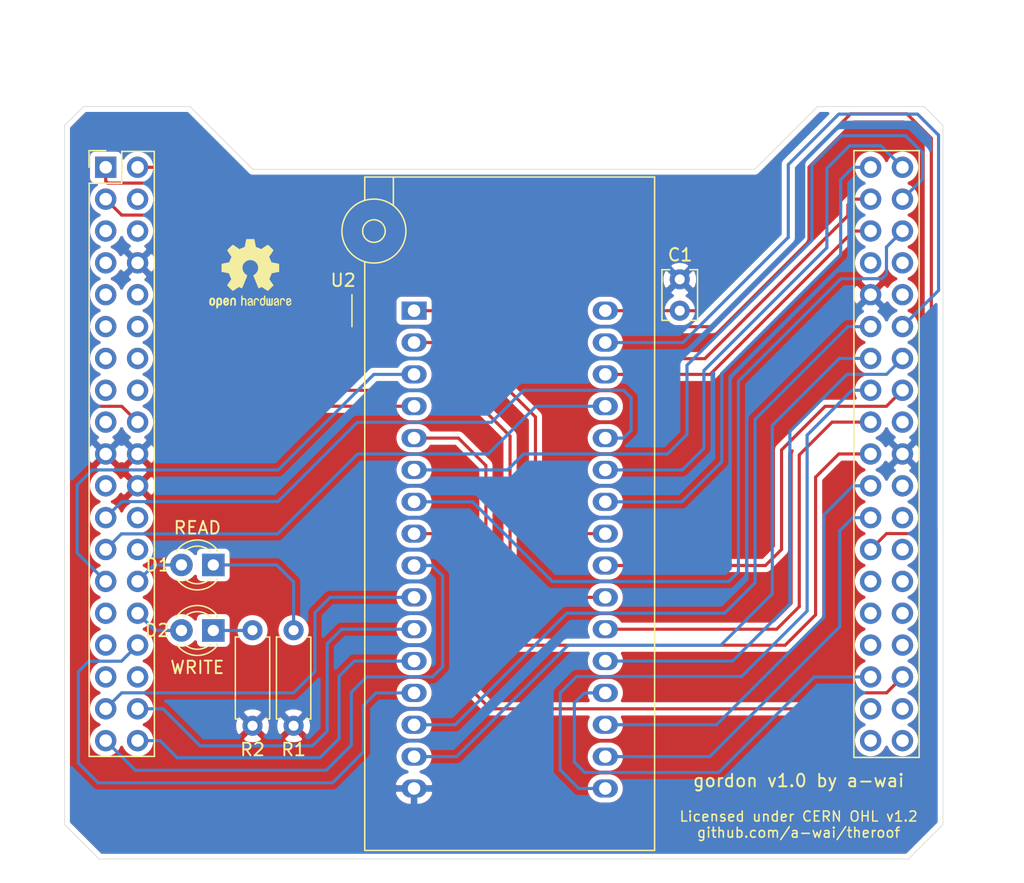
<source format=kicad_pcb>
(kicad_pcb (version 20171130) (host pcbnew 5.1.4+dfsg1-2)
  (layers (0 F.Cu signal) (31 B.Cu signal) (34 B.Paste user) (35 F.Paste user) (36 B.SilkS user) (37 F.SilkS user) (38 B.Mask user) (39 F.Mask user) (44 Edge.Cuts user))
  (net 0 "")
  (net 1 GND)
  (net 2 +5V)
  (net 3 "Net-(D1-Pad2)")
  (net 4 "Net-(D1-Pad1)")
  (net 5 "Net-(D2-Pad2)")
  (net 6 "Net-(D2-Pad1)")
  (net 7 /A4)
  (net 8 /D6)
  (net 9 /A17)
  (net 10 /D4)
  (net 11 /A18)
  (net 12 /D5)
  (net 13 /A7)
  (net 14 /D3)
  (net 15 /D7)
  (net 16 /D2)
  (net 17 /D1)
  (net 18 /A5)
  (net 19 /A6)
  (net 20 /A8)
  (net 21 /A9)
  (net 22 /A0)
  (net 23 /A3)
  (net 24 /A1)
  (net 25 /A2)
  (net 26 /A16)
  (net 27 /D0)
  (net 28 /~PGM)
  (net 29 /~OE)
  (net 30 /A15)
  (net 31 /A14)
  (net 32 /A13)
  (net 33 /~CE)
  (net 34 /A12)
  (net 35 /A11)
  (net 36 /A10)
  (module Socket:DIP_Socket-32_W11.9_W12.7_W15.24_W17.78_W18.5_3M_232-1285-00-0602J (layer F.Cu) (at 110.1 76.275)
    (fp_text reference U2 (at -5.65 -2.425) (layer F.SilkS))
    (fp_text value SST39SF040)
    (pad 17 thru_hole oval (at 15.24 38.1) (size 2 1.44) (drill 1) (layers *.Cu *.Mask) (net 14 /D3))
    (pad 16 thru_hole oval (at 0 38.1) (size 2 1.44) (drill 1) (layers *.Cu *.Mask) (net 1 GND))
    (pad 18 thru_hole oval (at 15.24 35.56) (size 2 1.44) (drill 1) (layers *.Cu *.Mask) (net 10 /D4))
    (pad 15 thru_hole oval (at 0 35.56) (size 2 1.44) (drill 1) (layers *.Cu *.Mask) (net 16 /D2))
    (pad 19 thru_hole oval (at 15.24 33.02) (size 2 1.44) (drill 1) (layers *.Cu *.Mask) (net 12 /D5))
    (pad 14 thru_hole oval (at 0 33.02) (size 2 1.44) (drill 1) (layers *.Cu *.Mask) (net 17 /D1))
    (pad 20 thru_hole oval (at 15.24 30.48) (size 2 1.44) (drill 1) (layers *.Cu *.Mask) (net 8 /D6))
    (pad 13 thru_hole oval (at 0 30.48) (size 2 1.44) (drill 1) (layers *.Cu *.Mask) (net 27 /D0))
    (pad 21 thru_hole oval (at 15.24 27.94) (size 2 1.44) (drill 1) (layers *.Cu *.Mask) (net 15 /D7))
    (pad 12 thru_hole oval (at 0 27.94) (size 2 1.44) (drill 1) (layers *.Cu *.Mask) (net 22 /A0))
    (pad 22 thru_hole oval (at 15.24 25.4) (size 2 1.44) (drill 1) (layers *.Cu *.Mask) (net 33 /~CE))
    (pad 11 thru_hole oval (at 0 25.4) (size 2 1.44) (drill 1) (layers *.Cu *.Mask) (net 24 /A1))
    (pad 23 thru_hole oval (at 15.24 22.86) (size 2 1.44) (drill 1) (layers *.Cu *.Mask) (net 36 /A10))
    (pad 10 thru_hole oval (at 0 22.86) (size 2 1.44) (drill 1) (layers *.Cu *.Mask) (net 25 /A2))
    (pad 24 thru_hole oval (at 15.24 20.32) (size 2 1.44) (drill 1) (layers *.Cu *.Mask) (net 29 /~OE))
    (pad 9 thru_hole oval (at 0 20.32) (size 2 1.44) (drill 1) (layers *.Cu *.Mask) (net 23 /A3))
    (pad 25 thru_hole oval (at 15.24 17.78) (size 2 1.44) (drill 1) (layers *.Cu *.Mask) (net 35 /A11))
    (pad 8 thru_hole oval (at 0 17.78) (size 2 1.44) (drill 1) (layers *.Cu *.Mask) (net 7 /A4))
    (pad 26 thru_hole oval (at 15.24 15.24) (size 2 1.44) (drill 1) (layers *.Cu *.Mask) (net 21 /A9))
    (pad 7 thru_hole oval (at 0 15.24) (size 2 1.44) (drill 1) (layers *.Cu *.Mask) (net 18 /A5))
    (pad 27 thru_hole oval (at 15.24 12.7) (size 2 1.44) (drill 1) (layers *.Cu *.Mask) (net 20 /A8))
    (pad 6 thru_hole oval (at 0 12.7) (size 2 1.44) (drill 1) (layers *.Cu *.Mask) (net 19 /A6))
    (pad 28 thru_hole oval (at 15.24 10.16) (size 2 1.44) (drill 1) (layers *.Cu *.Mask) (net 32 /A13))
    (pad 5 thru_hole oval (at 0 10.16) (size 2 1.44) (drill 1) (layers *.Cu *.Mask) (net 13 /A7))
    (pad 29 thru_hole oval (at 15.24 7.62) (size 2 1.44) (drill 1) (layers *.Cu *.Mask) (net 31 /A14))
    (pad 4 thru_hole oval (at 0 7.62) (size 2 1.44) (drill 1) (layers *.Cu *.Mask) (net 34 /A12))
    (pad 30 thru_hole oval (at 15.24 5.08) (size 2 1.44) (drill 1) (layers *.Cu *.Mask) (net 9 /A17))
    (pad 3 thru_hole oval (at 0 5.08) (size 2 1.44) (drill 1) (layers *.Cu *.Mask) (net 30 /A15))
    (pad 31 thru_hole oval (at 15.24 2.54) (size 2 1.44) (drill 1) (layers *.Cu *.Mask) (net 28 /~PGM))
    (pad 2 thru_hole oval (at 0 2.54) (size 2 1.44) (drill 1) (layers *.Cu *.Mask) (net 26 /A16))
    (pad 32 thru_hole oval (at 15.24 0) (size 2 1.44) (drill 1) (layers *.Cu *.Mask) (net 2 +5V))
    (pad 1 thru_hole rect (at 0 0) (size 2 1.44) (drill 1) (layers *.Cu *.Mask) (net 11 /A18))
  )
  (module Symbol:OSHW-Logo2_7.3x6mm_SilkScreen (layer F.Cu) (at 97.05 73.325)
    (fp_text reference REF** hide)
    (fp_text value OSHW-Logo2_7.3x6mm_SilkScreen hide)
  )
  (module ProjectLib:ST_Morpho_Connector_64_STLink (layer F.Cu) (at 85.525 64.84)
    (fp_text reference U1)
    (fp_text value NUCLEO64-F401RE)
    (pad 1 thru_hole rect (at 0 0) (size 1.7 1.7) (drill 1) (layers *.Cu *.Mask) (net 36 /A10))
    (pad 2 thru_hole circle (at 2.54 0) (size 1.7 1.7) (drill 1) (layers *.Cu *.Mask) (net 35 /A11))
    (pad 3 thru_hole circle (at 0 2.54) (size 1.7 1.7) (drill 1) (layers *.Cu *.Mask) (net 34 /A12))
    (pad 4 thru_hole circle (at 2.54 2.54) (size 1.7 1.7) (drill 1) (layers *.Cu *.Mask))
    (pad 5 thru_hole circle (at 0 5.08) (size 1.7 1.7) (drill 1) (layers *.Cu *.Mask))
    (pad 6 thru_hole circle (at 2.54 5.08) (size 1.7 1.7) (drill 1) (layers *.Cu *.Mask))
    (pad 7 thru_hole circle (at 0 7.62) (size 1.7 1.7) (drill 1) (layers *.Cu *.Mask))
    (pad 8 thru_hole circle (at 2.54 7.62) (size 1.7 1.7) (drill 1) (layers *.Cu *.Mask) (net 1 GND))
    (pad 9 thru_hole circle (at 0 10.16) (size 1.7 1.7) (drill 1) (layers *.Cu *.Mask))
    (pad 10 thru_hole circle (at 2.54 10.16) (size 1.7 1.7) (drill 1) (layers *.Cu *.Mask))
    (pad 11 thru_hole circle (at 0 12.7) (size 1.7 1.7) (drill 1) (layers *.Cu *.Mask))
    (pad 12 thru_hole circle (at 2.54 12.7) (size 1.7 1.7) (drill 1) (layers *.Cu *.Mask))
    (pad 13 thru_hole circle (at 0 15.24) (size 1.7 1.7) (drill 1) (layers *.Cu *.Mask))
    (pad 14 thru_hole circle (at 2.54 15.24) (size 1.7 1.7) (drill 1) (layers *.Cu *.Mask))
    (pad 15 thru_hole circle (at 0 17.78) (size 1.7 1.7) (drill 1) (layers *.Cu *.Mask))
    (pad 16 thru_hole circle (at 2.54 17.78) (size 1.7 1.7) (drill 1) (layers *.Cu *.Mask))
    (pad 17 thru_hole circle (at 0 20.32) (size 1.7 1.7) (drill 1) (layers *.Cu *.Mask))
    (pad 18 thru_hole circle (at 2.54 20.32) (size 1.7 1.7) (drill 1) (layers *.Cu *.Mask) (net 2 +5V))
    (pad 19 thru_hole circle (at 0 22.86) (size 1.7 1.7) (drill 1) (layers *.Cu *.Mask) (net 1 GND))
    (pad 20 thru_hole circle (at 2.54 22.86) (size 1.7 1.7) (drill 1) (layers *.Cu *.Mask) (net 1 GND))
    (pad 21 thru_hole circle (at 0 25.4) (size 1.7 1.7) (drill 1) (layers *.Cu *.Mask))
    (pad 22 thru_hole circle (at 2.54 25.4) (size 1.7 1.7) (drill 1) (layers *.Cu *.Mask) (net 1 GND))
    (pad 23 thru_hole circle (at 0 27.94) (size 1.7 1.7) (drill 1) (layers *.Cu *.Mask) (net 32 /A13))
    (pad 24 thru_hole circle (at 2.54 27.94) (size 1.7 1.7) (drill 1) (layers *.Cu *.Mask))
    (pad 25 thru_hole circle (at 0 30.48) (size 1.7 1.7) (drill 1) (layers *.Cu *.Mask) (net 31 /A14))
    (pad 26 thru_hole circle (at 2.54 30.48) (size 1.7 1.7) (drill 1) (layers *.Cu *.Mask))
    (pad 27 thru_hole circle (at 0 33.02) (size 1.7 1.7) (drill 1) (layers *.Cu *.Mask) (net 30 /A15))
    (pad 28 thru_hole circle (at 2.54 33.02) (size 1.7 1.7) (drill 1) (layers *.Cu *.Mask) (net 3 "Net-(D1-Pad2)"))
    (pad 29 thru_hole circle (at 0 35.56) (size 1.7 1.7) (drill 1) (layers *.Cu *.Mask))
    (pad 30 thru_hole circle (at 2.54 35.56) (size 1.7 1.7) (drill 1) (layers *.Cu *.Mask) (net 5 "Net-(D2-Pad2)"))
    (pad 31 thru_hole circle (at 0 38.1) (size 1.7 1.7) (drill 1) (layers *.Cu *.Mask))
    (pad 32 thru_hole circle (at 2.54 38.1) (size 1.7 1.7) (drill 1) (layers *.Cu *.Mask) (net 27 /D0))
    (pad 33 thru_hole circle (at 0 40.64) (size 1.7 1.7) (drill 1) (layers *.Cu *.Mask))
    (pad 34 thru_hole circle (at 2.54 40.64) (size 1.7 1.7) (drill 1) (layers *.Cu *.Mask))
    (pad 35 thru_hole circle (at 0 43.18) (size 1.7 1.7) (drill 1) (layers *.Cu *.Mask) (net 25 /A2))
    (pad 36 thru_hole circle (at 2.54 43.18) (size 1.7 1.7) (drill 1) (layers *.Cu *.Mask) (net 24 /A1))
    (pad 37 thru_hole circle (at 0 45.72) (size 1.7 1.7) (drill 1) (layers *.Cu *.Mask) (net 23 /A3))
    (pad 38 thru_hole circle (at 2.54 45.72) (size 1.7 1.7) (drill 1) (layers *.Cu *.Mask) (net 22 /A0))
    (pad 39 thru_hole circle (at 60.96 0) (size 1.7 1.7) (drill 1) (layers *.Cu *.Mask) (net 21 /A9))
    (pad 40 thru_hole circle (at 63.5 0) (size 1.7 1.7) (drill 1) (layers *.Cu *.Mask) (net 20 /A8))
    (pad 41 thru_hole circle (at 60.96 2.54) (size 1.7 1.7) (drill 1) (layers *.Cu *.Mask) (net 26 /A16))
    (pad 42 thru_hole circle (at 63.5 2.54) (size 1.7 1.7) (drill 1) (layers *.Cu *.Mask) (net 19 /A6))
    (pad 43 thru_hole circle (at 60.96 5.08) (size 1.7 1.7) (drill 1) (layers *.Cu *.Mask) (net 9 /A17))
    (pad 44 thru_hole circle (at 63.5 5.08) (size 1.7 1.7) (drill 1) (layers *.Cu *.Mask) (net 18 /A5))
    (pad 45 thru_hole circle (at 60.96 7.62) (size 1.7 1.7) (drill 1) (layers *.Cu *.Mask))
    (pad 46 thru_hole circle (at 63.5 7.62) (size 1.7 1.7) (drill 1) (layers *.Cu *.Mask))
    (pad 47 thru_hole circle (at 60.96 10.16) (size 1.7 1.7) (drill 1) (layers *.Cu *.Mask) (net 1 GND))
    (pad 48 thru_hole circle (at 63.5 10.16) (size 1.7 1.7) (drill 1) (layers *.Cu *.Mask))
    (pad 49 thru_hole circle (at 60.96 12.7) (size 1.7 1.7) (drill 1) (layers *.Cu *.Mask) (net 17 /D1))
    (pad 50 thru_hole circle (at 63.5 12.7) (size 1.7 1.7) (drill 1) (layers *.Cu *.Mask) (net 28 /~PGM))
    (pad 51 thru_hole circle (at 60.96 15.24) (size 1.7 1.7) (drill 1) (layers *.Cu *.Mask) (net 16 /D2))
    (pad 52 thru_hole circle (at 63.5 15.24) (size 1.7 1.7) (drill 1) (layers *.Cu *.Mask) (net 15 /D7))
    (pad 53 thru_hole circle (at 60.96 17.78) (size 1.7 1.7) (drill 1) (layers *.Cu *.Mask) (net 14 /D3))
    (pad 54 thru_hole circle (at 63.5 17.78) (size 1.7 1.7) (drill 1) (layers *.Cu *.Mask) (net 29 /~OE))
    (pad 55 thru_hole circle (at 60.96 20.32) (size 1.7 1.7) (drill 1) (layers *.Cu *.Mask) (net 33 /~CE))
    (pad 56 thru_hole circle (at 63.5 20.32) (size 1.7 1.7) (drill 1) (layers *.Cu *.Mask))
    (pad 57 thru_hole circle (at 60.96 22.86) (size 1.7 1.7) (drill 1) (layers *.Cu *.Mask) (net 13 /A7))
    (pad 58 thru_hole circle (at 63.5 22.86) (size 1.7 1.7) (drill 1) (layers *.Cu *.Mask) (net 1 GND))
    (pad 59 thru_hole circle (at 60.96 25.4) (size 1.7 1.7) (drill 1) (layers *.Cu *.Mask) (net 12 /D5))
    (pad 60 thru_hole circle (at 63.5 25.4) (size 1.7 1.7) (drill 1) (layers *.Cu *.Mask))
    (pad 61 thru_hole circle (at 60.96 27.94) (size 1.7 1.7) (drill 1) (layers *.Cu *.Mask) (net 10 /D4))
    (pad 62 thru_hole circle (at 63.5 27.94) (size 1.7 1.7) (drill 1) (layers *.Cu *.Mask))
    (pad 63 thru_hole circle (at 60.96 30.48) (size 1.7 1.7) (drill 1) (layers *.Cu *.Mask) (net 11 /A18))
    (pad 64 thru_hole circle (at 63.5 30.48) (size 1.7 1.7) (drill 1) (layers *.Cu *.Mask))
    (pad 65 thru_hole circle (at 60.96 33.02) (size 1.7 1.7) (drill 1) (layers *.Cu *.Mask))
    (pad 66 thru_hole circle (at 63.5 33.02) (size 1.7 1.7) (drill 1) (layers *.Cu *.Mask))
    (pad 67 thru_hole circle (at 60.96 35.56) (size 1.7 1.7) (drill 1) (layers *.Cu *.Mask))
    (pad 68 thru_hole circle (at 63.5 35.56) (size 1.7 1.7) (drill 1) (layers *.Cu *.Mask))
    (pad 69 thru_hole circle (at 60.96 38.1) (size 1.7 1.7) (drill 1) (layers *.Cu *.Mask))
    (pad 70 thru_hole circle (at 63.5 38.1) (size 1.7 1.7) (drill 1) (layers *.Cu *.Mask))
    (pad 71 thru_hole circle (at 60.96 40.64) (size 1.7 1.7) (drill 1) (layers *.Cu *.Mask) (net 8 /D6))
    (pad 72 thru_hole circle (at 63.5 40.64) (size 1.7 1.7) (drill 1) (layers *.Cu *.Mask) (net 7 /A4))
    (pad 73 thru_hole circle (at 60.96 43.18) (size 1.7 1.7) (drill 1) (layers *.Cu *.Mask))
    (pad 74 thru_hole circle (at 63.5 43.18) (size 1.7 1.7) (drill 1) (layers *.Cu *.Mask))
    (pad 75 thru_hole circle (at 60.96 45.72) (size 1.7 1.7) (drill 1) (layers *.Cu *.Mask))
    (pad 76 thru_hole circle (at 63.5 45.72) (size 1.7 1.7) (drill 1) (layers *.Cu *.Mask))
  )
  (module Resistor_THT:R_Axial_DIN0207_L6.3mm_D2.5mm_P7.62mm_Horizontal (layer F.Cu) (at 97.225 109.375 90)
    (fp_text reference R2 (at -1.9 0 180) (layer F.SilkS))
    (fp_text value 1K)
    (pad 2 thru_hole oval (at 7.62 0 90) (size 1.6 1.6) (drill 0.8) (layers *.Cu *.Mask) (net 6 "Net-(D2-Pad1)"))
    (pad 1 thru_hole circle (at 0 0 90) (size 1.6 1.6) (drill 0.8) (layers *.Cu *.Mask) (net 1 GND))
  )
  (module Resistor_THT:R_Axial_DIN0207_L6.3mm_D2.5mm_P7.62mm_Horizontal (layer F.Cu) (at 100.5 109.375 90)
    (fp_text reference R1 (at -1.9 0 180) (layer F.SilkS))
    (fp_text value 1K)
    (pad 2 thru_hole oval (at 7.62 0 90) (size 1.6 1.6) (drill 0.8) (layers *.Cu *.Mask) (net 4 "Net-(D1-Pad1)"))
    (pad 1 thru_hole circle (at 0 0 90) (size 1.6 1.6) (drill 0.8) (layers *.Cu *.Mask) (net 1 GND))
  )
  (module LED_THT:LED_D3.0mm (layer F.Cu) (at 94.1 101.775 180)
    (fp_text reference D2 (at 4.475 0) (layer F.SilkS))
    (fp_text value WRITE (at 1.27 -2.95) (layer F.SilkS))
    (pad 2 thru_hole circle (at 2.54 0 180) (size 1.8 1.8) (drill 0.9) (layers *.Cu *.Mask) (net 5 "Net-(D2-Pad2)"))
    (pad 1 thru_hole rect (at 0 0 180) (size 1.8 1.8) (drill 0.9) (layers *.Cu *.Mask) (net 6 "Net-(D2-Pad1)"))
  )
  (module LED_THT:LED_D3.0mm (layer F.Cu) (at 94.1 96.55 180)
    (fp_text reference D1 (at 4.425 0) (layer F.SilkS))
    (fp_text value READ (at 1.27 2.96) (layer F.SilkS))
    (pad 2 thru_hole circle (at 2.54 0 180) (size 1.8 1.8) (drill 0.9) (layers *.Cu *.Mask) (net 3 "Net-(D1-Pad2)"))
    (pad 1 thru_hole rect (at 0 0 180) (size 1.8 1.8) (drill 0.9) (layers *.Cu *.Mask) (net 4 "Net-(D1-Pad1)"))
  )
  (module Capacitor_THT:C_Disc_D3.8mm_W2.6mm_P2.50mm (layer F.Cu) (at 131.275 76.275 90)
    (fp_text reference C1 (at 4.45 0.025 180) (layer F.SilkS))
    (fp_text value 100n)
    (pad 2 thru_hole circle (at 2.5 0 90) (size 1.6 1.6) (drill 0.8) (layers *.Cu *.Mask) (net 1 GND))
    (pad 1 thru_hole circle (at 0 0 90) (size 1.6 1.6) (drill 0.8) (layers *.Cu *.Mask) (net 2 +5V))
  )
  (gr_text "Licensed under CERN OHL v1.2\ngithub.com/a-wai/theroof" (at 140.75 117.25) (layer F.SilkS) (effects (font (size 0.8 0.8) (thickness 0.12))))
  (gr_text "gordon v1.0 by a-wai" (at 140.75 113.75) (layer F.SilkS) (effects (font (size 1 1))))
  (gr_line (start 82.25 61.5) (end 83.75 60) (layer Edge.Cuts) (width 0.05))
  (gr_line (start 150.75 60) (end 152.25 61.5) (layer Edge.Cuts) (width 0.05))
  (gr_line (start 82.25 117.25) (end 82.25 61.5) (layer Edge.Cuts) (width 0.05))
  (gr_line (start 85 120) (end 82.25 117.25) (layer Edge.Cuts) (width 0.05))
  (gr_line (start 149.5 120) (end 85 120) (layer Edge.Cuts) (width 0.05))
  (gr_line (start 152.25 117.25) (end 149.5 120) (layer Edge.Cuts) (width 0.05))
  (gr_line (start 152.25 61.5) (end 152.25 117.25) (layer Edge.Cuts) (width 0.05))
  (gr_line (start 142.25 60) (end 150.75 60) (layer Edge.Cuts) (width 0.05))
  (gr_line (start 137.25 65) (end 142.25 60) (layer Edge.Cuts) (width 0.05))
  (gr_line (start 97.25 65) (end 137.25 65) (layer Edge.Cuts) (width 0.05))
  (gr_line (start 92.25 60) (end 97.25 65) (layer Edge.Cuts) (width 0.05))
  (gr_line (start 83.75 60) (end 92.25 60) (layer Edge.Cuts) (width 0.05))
  (segment (start 125.34 76.275) (end 131.275 76.275) (width 0.25) (layer F.Cu) (net 2))
  (segment (start 132.825 76.275) (end 131.275 76.275) (width 0.25) (layer F.Cu) (net 2))
  (segment (start 83.2 63.1) (end 84.075 62.225) (width 0.25) (layer F.Cu) (net 2))
  (segment (start 84.175 83.9) (end 83.2 82.925) (width 0.25) (layer F.Cu) (net 2))
  (segment (start 86.805 83.9) (end 84.175 83.9) (width 0.25) (layer F.Cu) (net 2))
  (segment (start 84.075 62.225) (end 90.75 62.225) (width 0.25) (layer F.Cu) (net 2))
  (segment (start 88.065 85.16) (end 86.805 83.9) (width 0.25) (layer F.Cu) (net 2))
  (segment (start 83.2 82.925) (end 83.2 63.1) (width 0.25) (layer F.Cu) (net 2))
  (segment (start 90.75 62.225) (end 96.2 67.675) (width 0.25) (layer F.Cu) (net 2))
  (segment (start 96.2 67.675) (end 132.95 67.675) (width 0.25) (layer F.Cu) (net 2))
  (segment (start 132.95 67.675) (end 134.2 68.925) (width 0.25) (layer F.Cu) (net 2))
  (segment (start 134.2 68.925) (end 134.2 74.9) (width 0.25) (layer F.Cu) (net 2))
  (segment (start 134.2 74.9) (end 132.825 76.275) (width 0.25) (layer F.Cu) (net 2))
  (segment (start 89.375 96.55) (end 91.56 96.55) (width 0.25) (layer B.Cu) (net 3))
  (segment (start 88.065 97.86) (end 89.375 96.55) (width 0.25) (layer B.Cu) (net 3))
  (segment (start 100.5 97.9) (end 100.5 101.755) (width 0.25) (layer B.Cu) (net 4))
  (segment (start 94.1 96.55) (end 99.15 96.55) (width 0.25) (layer B.Cu) (net 4))
  (segment (start 99.15 96.55) (end 100.5 97.9) (width 0.25) (layer B.Cu) (net 4))
  (segment (start 89.44 101.775) (end 88.065 100.4) (width 0.25) (layer B.Cu) (net 5))
  (segment (start 91.56 101.775) (end 89.44 101.775) (width 0.25) (layer B.Cu) (net 5))
  (segment (start 97.205 101.775) (end 97.225 101.755) (width 0.25) (layer B.Cu) (net 6))
  (segment (start 94.1 101.775) (end 97.205 101.775) (width 0.25) (layer B.Cu) (net 6))
  (segment (start 148.175001 106.329999) (end 149.025 105.48) (width 0.25) (layer F.Cu) (net 7))
  (segment (start 147.755 106.75) (end 148.175001 106.329999) (width 0.25) (layer F.Cu) (net 7))
  (segment (start 142.65 106.75) (end 147.755 106.75) (width 0.25) (layer F.Cu) (net 7))
  (segment (start 110.1 94.055) (end 111.605 94.055) (width 0.25) (layer F.Cu) (net 7))
  (segment (start 113.95 96.4) (end 113.95 105.8) (width 0.25) (layer F.Cu) (net 7))
  (segment (start 111.605 94.055) (end 113.95 96.4) (width 0.25) (layer F.Cu) (net 7))
  (segment (start 113.95 105.8) (end 116.175 108.025) (width 0.25) (layer F.Cu) (net 7))
  (segment (start 141.375 108.025) (end 142.65 106.75) (width 0.25) (layer F.Cu) (net 7))
  (segment (start 116.175 108.025) (end 141.375 108.025) (width 0.25) (layer F.Cu) (net 7))
  (segment (start 125.34 106.755) (end 123.67 106.755) (width 0.25) (layer B.Cu) (net 8))
  (segment (start 122.875 107.55) (end 122.875 112.275) (width 0.25) (layer B.Cu) (net 8))
  (segment (start 141.995 105.48) (end 146.485 105.48) (width 0.25) (layer B.Cu) (net 8))
  (segment (start 134.375 113.1) (end 141.995 105.48) (width 0.25) (layer B.Cu) (net 8))
  (segment (start 122.875 112.275) (end 123.7 113.1) (width 0.25) (layer B.Cu) (net 8))
  (segment (start 123.67 106.755) (end 122.875 107.55) (width 0.25) (layer B.Cu) (net 8))
  (segment (start 123.7 113.1) (end 134.375 113.1) (width 0.25) (layer B.Cu) (net 8))
  (segment (start 146.48 69.925) (end 146.485 69.92) (width 0.25) (layer F.Cu) (net 9))
  (segment (start 145.125 69.925) (end 146.48 69.925) (width 0.25) (layer F.Cu) (net 9))
  (segment (start 125.34 81.355) (end 133.695 81.355) (width 0.25) (layer F.Cu) (net 9))
  (segment (start 133.695 81.355) (end 145.125 69.925) (width 0.25) (layer F.Cu) (net 9))
  (segment (start 144.025 101.475) (end 144.025 93.825) (width 0.25) (layer B.Cu) (net 10))
  (segment (start 145.07 92.78) (end 146.485 92.78) (width 0.25) (layer B.Cu) (net 10))
  (segment (start 144.025 93.825) (end 145.07 92.78) (width 0.25) (layer B.Cu) (net 10))
  (segment (start 125.34 111.835) (end 133.665 111.835) (width 0.25) (layer B.Cu) (net 10))
  (segment (start 133.665 111.835) (end 144.025 101.475) (width 0.25) (layer B.Cu) (net 10))
  (segment (start 147.755 94.05) (end 146.485 95.32) (width 0.25) (layer F.Cu) (net 11))
  (segment (start 140.925 70.475) (end 140.925 64.55) (width 0.25) (layer F.Cu) (net 11))
  (segment (start 118.85 77.55) (end 133.85 77.55) (width 0.25) (layer F.Cu) (net 11))
  (segment (start 133.85 77.55) (end 140.925 70.475) (width 0.25) (layer F.Cu) (net 11))
  (segment (start 140.925 64.55) (end 144.9 60.575) (width 0.25) (layer F.Cu) (net 11))
  (segment (start 110.1 76.275) (end 117.575 76.275) (width 0.25) (layer F.Cu) (net 11))
  (segment (start 117.575 76.275) (end 118.85 77.55) (width 0.25) (layer F.Cu) (net 11))
  (segment (start 144.9 60.575) (end 149.375 60.575) (width 0.25) (layer F.Cu) (net 11))
  (segment (start 151.325 62.525) (end 151.325 93.125) (width 0.25) (layer F.Cu) (net 11))
  (segment (start 151.325 93.125) (end 150.4 94.05) (width 0.25) (layer F.Cu) (net 11))
  (segment (start 150.4 94.05) (end 147.755 94.05) (width 0.25) (layer F.Cu) (net 11))
  (segment (start 149.375 60.575) (end 151.325 62.525) (width 0.25) (layer F.Cu) (net 11))
  (segment (start 145.085 90.24) (end 146.485 90.24) (width 0.25) (layer B.Cu) (net 12))
  (segment (start 125.34 109.295) (end 134.205 109.295) (width 0.25) (layer B.Cu) (net 12))
  (segment (start 142.775 92.55) (end 145.085 90.24) (width 0.25) (layer B.Cu) (net 12))
  (segment (start 142.775 100.725) (end 142.775 92.55) (width 0.25) (layer B.Cu) (net 12))
  (segment (start 134.205 109.295) (end 142.775 100.725) (width 0.25) (layer B.Cu) (net 12))
  (segment (start 142.1 100.525) (end 142.1 89.55) (width 0.25) (layer F.Cu) (net 13))
  (segment (start 142.1 89.55) (end 143.95 87.7) (width 0.25) (layer F.Cu) (net 13))
  (segment (start 139.675 102.95) (end 142.1 100.525) (width 0.25) (layer F.Cu) (net 13))
  (segment (start 143.95 87.7) (end 146.485 87.7) (width 0.25) (layer F.Cu) (net 13))
  (segment (start 113.635 86.435) (end 115.825 88.625) (width 0.25) (layer F.Cu) (net 13))
  (segment (start 110.1 86.435) (end 113.635 86.435) (width 0.25) (layer F.Cu) (net 13))
  (segment (start 115.825 88.625) (end 115.825 100.275) (width 0.25) (layer F.Cu) (net 13))
  (segment (start 115.825 100.275) (end 118.5 102.95) (width 0.25) (layer F.Cu) (net 13))
  (segment (start 118.5 102.95) (end 139.675 102.95) (width 0.25) (layer F.Cu) (net 13))
  (segment (start 141.425 86.2) (end 145.005 82.62) (width 0.25) (layer B.Cu) (net 14))
  (segment (start 141.425 100.225) (end 141.425 86.2) (width 0.25) (layer B.Cu) (net 14))
  (segment (start 136.2 105.45) (end 141.425 100.225) (width 0.25) (layer B.Cu) (net 14))
  (segment (start 123.225 114.375) (end 121.75 112.9) (width 0.25) (layer B.Cu) (net 14))
  (segment (start 125.34 114.375) (end 123.225 114.375) (width 0.25) (layer B.Cu) (net 14))
  (segment (start 145.005 82.62) (end 146.485 82.62) (width 0.25) (layer B.Cu) (net 14))
  (segment (start 121.75 112.9) (end 121.75 106.75) (width 0.25) (layer B.Cu) (net 14))
  (segment (start 121.75 106.75) (end 123.05 105.45) (width 0.25) (layer B.Cu) (net 14))
  (segment (start 123.05 105.45) (end 136.2 105.45) (width 0.25) (layer B.Cu) (net 14))
  (segment (start 125.34 103.8) (end 125.06 103.8) (width 0.25) (layer B.Cu) (net 15))
  (segment (start 147.755 81.35) (end 149.025 80.08) (width 0.25) (layer B.Cu) (net 15))
  (segment (start 135.485 104.215) (end 140.05 99.65) (width 0.25) (layer B.Cu) (net 15))
  (segment (start 140.05 99.65) (end 140.05 85.9) (width 0.25) (layer B.Cu) (net 15))
  (segment (start 125.34 104.215) (end 135.485 104.215) (width 0.25) (layer B.Cu) (net 15))
  (segment (start 144.6 81.35) (end 147.755 81.35) (width 0.25) (layer B.Cu) (net 15))
  (segment (start 140.05 85.9) (end 144.6 81.35) (width 0.25) (layer B.Cu) (net 15))
  (segment (start 122.375 102.95) (end 113.49 111.835) (width 0.25) (layer B.Cu) (net 16))
  (segment (start 143.995 80.08) (end 138.65 85.425) (width 0.25) (layer B.Cu) (net 16))
  (segment (start 113.49 111.835) (end 110.1 111.835) (width 0.25) (layer B.Cu) (net 16))
  (segment (start 146.485 80.08) (end 143.995 80.08) (width 0.25) (layer B.Cu) (net 16))
  (segment (start 138.65 85.425) (end 138.65 98.85) (width 0.25) (layer B.Cu) (net 16))
  (segment (start 134.55 102.95) (end 122.375 102.95) (width 0.25) (layer B.Cu) (net 16))
  (segment (start 138.65 98.85) (end 134.55 102.95) (width 0.25) (layer B.Cu) (net 16))
  (segment (start 144.675 77.55) (end 146.475 77.55) (width 0.25) (layer B.Cu) (net 17))
  (segment (start 137.275 84.95) (end 144.675 77.55) (width 0.25) (layer B.Cu) (net 17))
  (segment (start 146.475 77.55) (end 146.485 77.54) (width 0.25) (layer B.Cu) (net 17))
  (segment (start 134.85 100.4) (end 137.275 97.975) (width 0.25) (layer B.Cu) (net 17))
  (segment (start 113.38 109.295) (end 122.275 100.4) (width 0.25) (layer B.Cu) (net 17))
  (segment (start 110.1 109.295) (end 113.38 109.295) (width 0.25) (layer B.Cu) (net 17))
  (segment (start 122.275 100.4) (end 134.85 100.4) (width 0.25) (layer B.Cu) (net 17))
  (segment (start 137.275 97.975) (end 137.275 84.95) (width 0.25) (layer B.Cu) (net 17))
  (segment (start 147.75 73.375) (end 147.75 71.195) (width 0.25) (layer B.Cu) (net 18))
  (segment (start 147.4 73.725) (end 147.75 73.375) (width 0.25) (layer B.Cu) (net 18))
  (segment (start 144.125 73.725) (end 147.4 73.725) (width 0.25) (layer B.Cu) (net 18))
  (segment (start 135.95 81.9) (end 144.125 73.725) (width 0.25) (layer B.Cu) (net 18))
  (segment (start 148.175001 70.769999) (end 149.025 69.92) (width 0.25) (layer B.Cu) (net 18))
  (segment (start 110.1 91.515) (end 114.765 91.515) (width 0.25) (layer B.Cu) (net 18))
  (segment (start 135.175 97.875) (end 135.95 97.1) (width 0.25) (layer B.Cu) (net 18))
  (segment (start 147.75 71.195) (end 148.175001 70.769999) (width 0.25) (layer B.Cu) (net 18))
  (segment (start 114.765 91.515) (end 121.125 97.875) (width 0.25) (layer B.Cu) (net 18))
  (segment (start 121.125 97.875) (end 135.175 97.875) (width 0.25) (layer B.Cu) (net 18))
  (segment (start 135.95 97.1) (end 135.95 81.9) (width 0.25) (layer B.Cu) (net 18))
  (segment (start 141.8 70.675) (end 131.85 80.625) (width 0.25) (layer B.Cu) (net 19))
  (segment (start 149.275 62.325) (end 144.15 62.325) (width 0.25) (layer B.Cu) (net 19))
  (segment (start 150.625 63.675) (end 149.275 62.325) (width 0.25) (layer B.Cu) (net 19))
  (segment (start 149.025 67.38) (end 150.625 65.78) (width 0.25) (layer B.Cu) (net 19))
  (segment (start 150.625 65.78) (end 150.625 63.675) (width 0.25) (layer B.Cu) (net 19))
  (segment (start 130.3 87.7) (end 118.825 87.7) (width 0.25) (layer B.Cu) (net 19))
  (segment (start 144.15 62.325) (end 141.8 64.675) (width 0.25) (layer B.Cu) (net 19))
  (segment (start 141.8 64.675) (end 141.8 70.675) (width 0.25) (layer B.Cu) (net 19))
  (segment (start 131.85 80.625) (end 131.85 86.15) (width 0.25) (layer B.Cu) (net 19))
  (segment (start 131.85 86.15) (end 130.3 87.7) (width 0.25) (layer B.Cu) (net 19))
  (segment (start 117.55 88.975) (end 110.1 88.975) (width 0.25) (layer B.Cu) (net 19))
  (segment (start 118.825 87.7) (end 117.55 88.975) (width 0.25) (layer B.Cu) (net 19))
  (segment (start 131.475 88.975) (end 125.34 88.975) (width 0.25) (layer B.Cu) (net 20))
  (segment (start 133.2 87.25) (end 131.475 88.975) (width 0.25) (layer B.Cu) (net 20))
  (segment (start 133.2 81.05) (end 133.2 87.25) (width 0.25) (layer B.Cu) (net 20))
  (segment (start 149.025 64.84) (end 147.31 63.125) (width 0.25) (layer B.Cu) (net 20))
  (segment (start 144.8 63.125) (end 143 64.925) (width 0.25) (layer B.Cu) (net 20))
  (segment (start 143 64.925) (end 143 71.25) (width 0.25) (layer B.Cu) (net 20))
  (segment (start 147.31 63.125) (end 144.8 63.125) (width 0.25) (layer B.Cu) (net 20))
  (segment (start 143 71.25) (end 133.2 81.05) (width 0.25) (layer B.Cu) (net 20))
  (segment (start 144.1 65.825) (end 145.085 64.84) (width 0.25) (layer B.Cu) (net 21))
  (segment (start 131.435 91.515) (end 134.625 88.325) (width 0.25) (layer B.Cu) (net 21))
  (segment (start 144.1 71.8) (end 144.1 65.825) (width 0.25) (layer B.Cu) (net 21))
  (segment (start 125.34 91.515) (end 131.435 91.515) (width 0.25) (layer B.Cu) (net 21))
  (segment (start 145.085 64.84) (end 146.485 64.84) (width 0.25) (layer B.Cu) (net 21))
  (segment (start 134.625 81.275) (end 144.1 71.8) (width 0.25) (layer B.Cu) (net 21))
  (segment (start 134.625 88.325) (end 134.625 81.275) (width 0.25) (layer B.Cu) (net 21))
  (segment (start 104.125 105.425) (end 105.335 104.215) (width 0.25) (layer B.Cu) (net 22))
  (segment (start 89.86 110.56) (end 91.225 111.925) (width 0.25) (layer B.Cu) (net 22))
  (segment (start 105.335 104.215) (end 110.1 104.215) (width 0.25) (layer B.Cu) (net 22))
  (segment (start 88.065 110.56) (end 89.86 110.56) (width 0.25) (layer B.Cu) (net 22))
  (segment (start 104.125 110.4) (end 104.125 105.425) (width 0.25) (layer B.Cu) (net 22))
  (segment (start 91.225 111.925) (end 102.6 111.925) (width 0.25) (layer B.Cu) (net 22))
  (segment (start 102.6 111.925) (end 104.125 110.4) (width 0.25) (layer B.Cu) (net 22))
  (segment (start 112.375 97.425) (end 111.545 96.595) (width 0.25) (layer B.Cu) (net 23))
  (segment (start 112.375 104.675) (end 112.375 97.425) (width 0.25) (layer B.Cu) (net 23))
  (segment (start 111.575 105.475) (end 112.375 104.675) (width 0.25) (layer B.Cu) (net 23))
  (segment (start 106.325 105.475) (end 111.575 105.475) (width 0.25) (layer B.Cu) (net 23))
  (segment (start 87.89 112.925) (end 103.1 112.925) (width 0.25) (layer B.Cu) (net 23))
  (segment (start 111.545 96.595) (end 110.1 96.595) (width 0.25) (layer B.Cu) (net 23))
  (segment (start 103.1 112.925) (end 105.1 110.925) (width 0.25) (layer B.Cu) (net 23))
  (segment (start 105.1 110.925) (end 105.1 106.7) (width 0.25) (layer B.Cu) (net 23))
  (segment (start 85.525 110.56) (end 87.89 112.925) (width 0.25) (layer B.Cu) (net 23))
  (segment (start 105.1 106.7) (end 106.325 105.475) (width 0.25) (layer B.Cu) (net 23))
  (segment (start 109.87859 101.675) (end 109.9136 101.71001) (width 0.25) (layer B.Cu) (net 24))
  (segment (start 103.175 102.825) (end 104.325 101.675) (width 0.25) (layer B.Cu) (net 24))
  (segment (start 90.095 108.02) (end 93.05 110.975) (width 0.25) (layer B.Cu) (net 24))
  (segment (start 88.065 108.02) (end 90.095 108.02) (width 0.25) (layer B.Cu) (net 24))
  (segment (start 109.9136 101.71001) (end 110.1 101.71001) (width 0.25) (layer B.Cu) (net 24))
  (segment (start 104.325 101.675) (end 109.87859 101.675) (width 0.25) (layer B.Cu) (net 24))
  (segment (start 93.05 110.975) (end 102 110.975) (width 0.25) (layer B.Cu) (net 24))
  (segment (start 102 110.975) (end 103.175 109.8) (width 0.25) (layer B.Cu) (net 24))
  (segment (start 103.175 109.8) (end 103.175 102.825) (width 0.25) (layer B.Cu) (net 24))
  (segment (start 109.9136 99.17001) (end 110.1 99.17001) (width 0.25) (layer B.Cu) (net 25))
  (segment (start 109.87859 99.135) (end 109.9136 99.17001) (width 0.25) (layer B.Cu) (net 25))
  (segment (start 103.415 99.135) (end 109.87859 99.135) (width 0.25) (layer B.Cu) (net 25))
  (segment (start 86.795 106.75) (end 100.5 106.75) (width 0.25) (layer B.Cu) (net 25))
  (segment (start 100.5 106.75) (end 102.2 105.05) (width 0.25) (layer B.Cu) (net 25))
  (segment (start 85.525 108.02) (end 86.795 106.75) (width 0.25) (layer B.Cu) (net 25))
  (segment (start 102.2 105.05) (end 102.2 100.35) (width 0.25) (layer B.Cu) (net 25))
  (segment (start 102.2 100.35) (end 103.415 99.135) (width 0.25) (layer B.Cu) (net 25))
  (segment (start 145.145 67.38) (end 146.485 67.38) (width 0.25) (layer F.Cu) (net 26))
  (segment (start 144.675 67.85) (end 145.145 67.38) (width 0.25) (layer F.Cu) (net 26))
  (segment (start 117.515 78.815) (end 118.8 80.1) (width 0.25) (layer F.Cu) (net 26))
  (segment (start 118.8 80.1) (end 133.275 80.1) (width 0.25) (layer F.Cu) (net 26))
  (segment (start 133.275 80.1) (end 144.675 68.7) (width 0.25) (layer F.Cu) (net 26))
  (segment (start 144.675 68.7) (end 144.675 67.85) (width 0.25) (layer F.Cu) (net 26))
  (segment (start 110.1 78.815) (end 117.515 78.815) (width 0.25) (layer F.Cu) (net 26))
  (segment (start 107.07 106.755) (end 110.1 106.755) (width 0.25) (layer B.Cu) (net 27))
  (segment (start 106.075 107.75) (end 107.07 106.755) (width 0.25) (layer B.Cu) (net 27))
  (segment (start 106.075 111.45) (end 106.075 107.75) (width 0.25) (layer B.Cu) (net 27))
  (segment (start 86.78 104.225) (end 84.175 104.225) (width 0.25) (layer B.Cu) (net 27))
  (segment (start 84.925 113.925) (end 103.6 113.925) (width 0.25) (layer B.Cu) (net 27))
  (segment (start 83.35 105.05) (end 83.35 112.35) (width 0.25) (layer B.Cu) (net 27))
  (segment (start 88.065 102.94) (end 86.78 104.225) (width 0.25) (layer B.Cu) (net 27))
  (segment (start 103.6 113.925) (end 106.075 111.45) (width 0.25) (layer B.Cu) (net 27))
  (segment (start 84.175 104.225) (end 83.35 105.05) (width 0.25) (layer B.Cu) (net 27))
  (segment (start 83.35 112.35) (end 84.925 113.925) (width 0.25) (layer B.Cu) (net 27))
  (segment (start 151.89999 74.66501) (end 149.025 77.54) (width 0.25) (layer B.Cu) (net 28))
  (segment (start 150.225 60.6) (end 151.89999 62.27499) (width 0.25) (layer B.Cu) (net 28))
  (segment (start 131.535 78.815) (end 139.925 70.425) (width 0.25) (layer B.Cu) (net 28))
  (segment (start 151.89999 62.27499) (end 151.89999 74.66501) (width 0.25) (layer B.Cu) (net 28))
  (segment (start 125.34 78.815) (end 131.535 78.815) (width 0.25) (layer B.Cu) (net 28))
  (segment (start 139.925 70.425) (end 139.925 64.625) (width 0.25) (layer B.Cu) (net 28))
  (segment (start 139.925 64.625) (end 143.95 60.6) (width 0.25) (layer B.Cu) (net 28))
  (segment (start 143.95 60.6) (end 150.225 60.6) (width 0.25) (layer B.Cu) (net 28))
  (segment (start 138.105 96.595) (end 127.68 96.595) (width 0.25) (layer F.Cu) (net 29))
  (segment (start 127.68 96.595) (end 125.34 96.595) (width 0.25) (layer F.Cu) (net 29))
  (segment (start 147.745 83.9) (end 142.8625 83.9) (width 0.25) (layer F.Cu) (net 29))
  (segment (start 149.025 82.62) (end 147.745 83.9) (width 0.25) (layer F.Cu) (net 29))
  (segment (start 142.8625 83.9) (end 139.3875 87.375) (width 0.25) (layer F.Cu) (net 29))
  (segment (start 139.3875 87.375) (end 139.3875 95.3125) (width 0.25) (layer F.Cu) (net 29))
  (segment (start 139.3875 95.3125) (end 138.105 96.595) (width 0.25) (layer F.Cu) (net 29))
  (segment (start 106.895 81.355) (end 110.1 81.355) (width 0.25) (layer B.Cu) (net 30))
  (segment (start 85.525 97.86) (end 83.25 95.585) (width 0.25) (layer B.Cu) (net 30))
  (segment (start 99.275 88.975) (end 106.895 81.355) (width 0.25) (layer B.Cu) (net 30))
  (segment (start 83.25 90.175) (end 84.45 88.975) (width 0.25) (layer B.Cu) (net 30))
  (segment (start 83.25 95.585) (end 83.25 90.175) (width 0.25) (layer B.Cu) (net 30))
  (segment (start 84.45 88.975) (end 99.275 88.975) (width 0.25) (layer B.Cu) (net 30))
  (segment (start 86.77 94.075) (end 99.225 94.075) (width 0.25) (layer B.Cu) (net 31))
  (segment (start 85.525 95.32) (end 86.77 94.075) (width 0.25) (layer B.Cu) (net 31))
  (segment (start 105.6 87.7) (end 116.0125 87.7) (width 0.25) (layer B.Cu) (net 31))
  (segment (start 99.225 94.075) (end 105.6 87.7) (width 0.25) (layer B.Cu) (net 31))
  (segment (start 119.8175 83.895) (end 125.34 83.895) (width 0.25) (layer B.Cu) (net 31))
  (segment (start 116.0125 87.7) (end 119.8175 83.895) (width 0.25) (layer B.Cu) (net 31))
  (segment (start 126.79 86.435) (end 125.34 86.435) (width 0.25) (layer B.Cu) (net 32))
  (segment (start 127.4 85.825) (end 126.79 86.435) (width 0.25) (layer B.Cu) (net 32))
  (segment (start 126.8 82.625) (end 127.4 83.225) (width 0.25) (layer B.Cu) (net 32))
  (segment (start 118.825 82.625) (end 126.8 82.625) (width 0.25) (layer B.Cu) (net 32))
  (segment (start 85.525 92.78) (end 86.805 91.5) (width 0.25) (layer B.Cu) (net 32))
  (segment (start 86.805 91.5) (end 99.25 91.5) (width 0.25) (layer B.Cu) (net 32))
  (segment (start 99.25 91.5) (end 105.575 85.175) (width 0.25) (layer B.Cu) (net 32))
  (segment (start 127.4 83.225) (end 127.4 85.825) (width 0.25) (layer B.Cu) (net 32))
  (segment (start 116.275 85.175) (end 118.825 82.625) (width 0.25) (layer B.Cu) (net 32))
  (segment (start 105.575 85.175) (end 116.275 85.175) (width 0.25) (layer B.Cu) (net 32))
  (segment (start 143.415 85.16) (end 146.485 85.16) (width 0.25) (layer F.Cu) (net 33))
  (segment (start 140.8 87.775) (end 143.415 85.16) (width 0.25) (layer F.Cu) (net 33))
  (segment (start 140.8 99.875) (end 140.8 87.775) (width 0.25) (layer F.Cu) (net 33))
  (segment (start 125.34 101.675) (end 139 101.675) (width 0.25) (layer F.Cu) (net 33))
  (segment (start 139 101.675) (end 140.8 99.875) (width 0.25) (layer F.Cu) (net 33))
  (segment (start 94.695 83.895) (end 110.1 83.895) (width 0.25) (layer F.Cu) (net 34))
  (segment (start 86.795 68.65) (end 90.275 68.65) (width 0.25) (layer F.Cu) (net 34))
  (segment (start 91 80.2) (end 94.695 83.895) (width 0.25) (layer F.Cu) (net 34))
  (segment (start 85.525 67.38) (end 86.795 68.65) (width 0.25) (layer F.Cu) (net 34))
  (segment (start 91 69.375) (end 91 80.2) (width 0.25) (layer F.Cu) (net 34))
  (segment (start 90.275 68.65) (end 91 69.375) (width 0.25) (layer F.Cu) (net 34))
  (segment (start 119.775 91.925) (end 121.905 94.055) (width 0.25) (layer F.Cu) (net 35))
  (segment (start 119.775 84.75) (end 119.775 91.925) (width 0.25) (layer F.Cu) (net 35))
  (segment (start 115.125 80.1) (end 119.775 84.75) (width 0.25) (layer F.Cu) (net 35))
  (segment (start 121.905 94.055) (end 125.34 94.055) (width 0.25) (layer F.Cu) (net 35))
  (segment (start 91.065 64.84) (end 94.025 67.8) (width 0.25) (layer F.Cu) (net 35))
  (segment (start 88.065 64.84) (end 91.065 64.84) (width 0.25) (layer F.Cu) (net 35))
  (segment (start 94.025 78.55) (end 95.575 80.1) (width 0.25) (layer F.Cu) (net 35))
  (segment (start 94.025 67.8) (end 94.025 78.55) (width 0.25) (layer F.Cu) (net 35))
  (segment (start 95.575 80.1) (end 115.125 80.1) (width 0.25) (layer F.Cu) (net 35))
  (segment (start 114.1 82.625) (end 117.75 86.275) (width 0.25) (layer F.Cu) (net 36))
  (segment (start 95.75 82.625) (end 114.1 82.625) (width 0.25) (layer F.Cu) (net 36))
  (segment (start 92.425 79.3) (end 95.75 82.625) (width 0.25) (layer F.Cu) (net 36))
  (segment (start 119.51 99.135) (end 125.34 99.135) (width 0.25) (layer F.Cu) (net 36))
  (segment (start 117.75 97.375) (end 119.51 99.135) (width 0.25) (layer F.Cu) (net 36))
  (segment (start 117.75 86.275) (end 117.75 97.375) (width 0.25) (layer F.Cu) (net 36))
  (segment (start 85.525 65.94) (end 85.685 66.1) (width 0.25) (layer F.Cu) (net 36))
  (segment (start 92.425 68.5) (end 92.425 79.3) (width 0.25) (layer F.Cu) (net 36))
  (segment (start 85.525 64.84) (end 85.525 65.94) (width 0.25) (layer F.Cu) (net 36))
  (segment (start 90.025 66.1) (end 92.425 68.5) (width 0.25) (layer F.Cu) (net 36))
  (segment (start 85.685 66.1) (end 90.025 66.1) (width 0.25) (layer F.Cu) (net 36))
  (zone (net 1) (net_name GND) (layer F.Cu) (connect_pads (clearance 0.4)) (min_thickness 0.254) (fill yes (arc_segments 32) (thermal_gap 0.508) (thermal_bridge_width 0.508))
    (polygon (pts (xy 78.85 52.575) (xy 156.775 52.625) (xy 156.975 120.55) (xy 78.05 120.25)))
  )
  (zone (net 1) (net_name GND) (layer B.Cu) (connect_pads (clearance 0.4)) (min_thickness 0.254) (fill yes (arc_segments 32) (thermal_gap 0.508) (thermal_bridge_width 0.508))
    (polygon (pts (xy 77.9 51.5) (xy 157.775 52) (xy 158.725 121.925) (xy 77.1 121.125)))
  )
)
</source>
